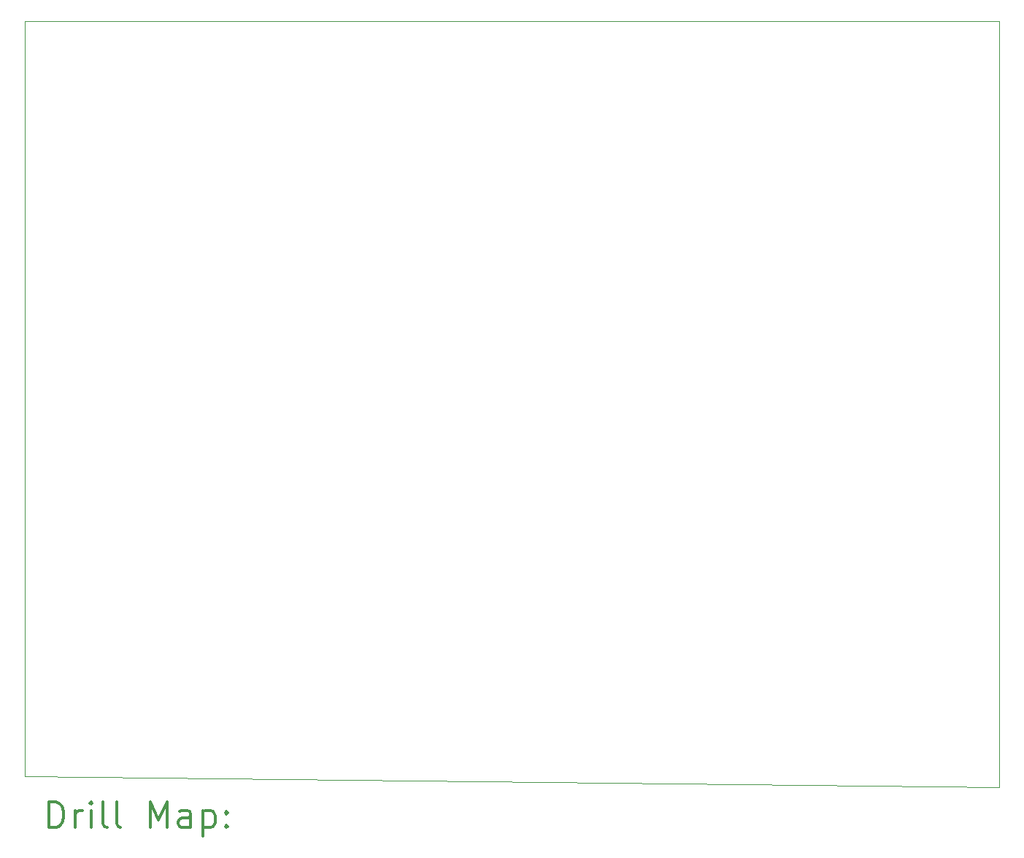
<source format=gbr>
%FSLAX45Y45*%
G04 Gerber Fmt 4.5, Leading zero omitted, Abs format (unit mm)*
G04 Created by KiCad (PCBNEW (5.1.12)-1) date 2022-11-24 20:44:00*
%MOMM*%
%LPD*%
G01*
G04 APERTURE LIST*
%TA.AperFunction,Profile*%
%ADD10C,0.100000*%
%TD*%
%ADD11C,0.200000*%
%ADD12C,0.300000*%
G04 APERTURE END LIST*
D10*
X17780000Y-2540000D02*
X17780000Y-11430000D01*
X6477000Y-2540000D02*
X17780000Y-2540000D01*
X6477000Y-11303000D02*
X6477000Y-2540000D01*
X17780000Y-11430000D02*
X6477000Y-11303000D01*
D11*
D12*
X6758428Y-11900714D02*
X6758428Y-11600714D01*
X6829857Y-11600714D01*
X6872714Y-11615000D01*
X6901286Y-11643571D01*
X6915571Y-11672143D01*
X6929857Y-11729286D01*
X6929857Y-11772143D01*
X6915571Y-11829286D01*
X6901286Y-11857857D01*
X6872714Y-11886429D01*
X6829857Y-11900714D01*
X6758428Y-11900714D01*
X7058428Y-11900714D02*
X7058428Y-11700714D01*
X7058428Y-11757857D02*
X7072714Y-11729286D01*
X7087000Y-11715000D01*
X7115571Y-11700714D01*
X7144143Y-11700714D01*
X7244143Y-11900714D02*
X7244143Y-11700714D01*
X7244143Y-11600714D02*
X7229857Y-11615000D01*
X7244143Y-11629286D01*
X7258428Y-11615000D01*
X7244143Y-11600714D01*
X7244143Y-11629286D01*
X7429857Y-11900714D02*
X7401286Y-11886429D01*
X7387000Y-11857857D01*
X7387000Y-11600714D01*
X7587000Y-11900714D02*
X7558428Y-11886429D01*
X7544143Y-11857857D01*
X7544143Y-11600714D01*
X7929857Y-11900714D02*
X7929857Y-11600714D01*
X8029857Y-11815000D01*
X8129857Y-11600714D01*
X8129857Y-11900714D01*
X8401286Y-11900714D02*
X8401286Y-11743571D01*
X8387000Y-11715000D01*
X8358428Y-11700714D01*
X8301286Y-11700714D01*
X8272714Y-11715000D01*
X8401286Y-11886429D02*
X8372714Y-11900714D01*
X8301286Y-11900714D01*
X8272714Y-11886429D01*
X8258428Y-11857857D01*
X8258428Y-11829286D01*
X8272714Y-11800714D01*
X8301286Y-11786429D01*
X8372714Y-11786429D01*
X8401286Y-11772143D01*
X8544143Y-11700714D02*
X8544143Y-12000714D01*
X8544143Y-11715000D02*
X8572714Y-11700714D01*
X8629857Y-11700714D01*
X8658428Y-11715000D01*
X8672714Y-11729286D01*
X8687000Y-11757857D01*
X8687000Y-11843571D01*
X8672714Y-11872143D01*
X8658428Y-11886429D01*
X8629857Y-11900714D01*
X8572714Y-11900714D01*
X8544143Y-11886429D01*
X8815571Y-11872143D02*
X8829857Y-11886429D01*
X8815571Y-11900714D01*
X8801286Y-11886429D01*
X8815571Y-11872143D01*
X8815571Y-11900714D01*
X8815571Y-11715000D02*
X8829857Y-11729286D01*
X8815571Y-11743571D01*
X8801286Y-11729286D01*
X8815571Y-11715000D01*
X8815571Y-11743571D01*
M02*

</source>
